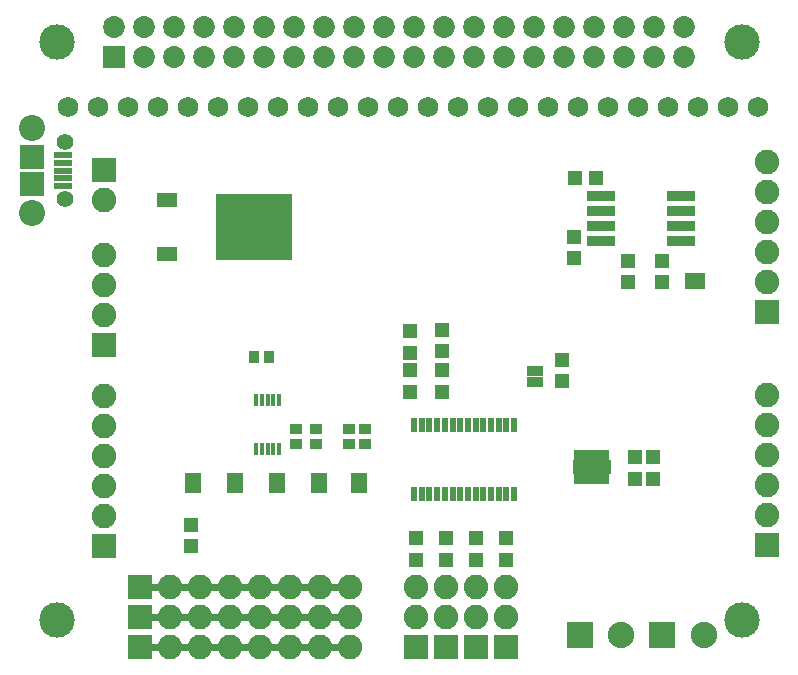
<source format=gbs>
G75*
%MOIN*%
%OFA0B0*%
%FSLAX24Y24*%
%IPPOS*%
%LPD*%
%AMOC8*
5,1,8,0,0,1.08239X$1,22.5*
%
%ADD10C,0.1182*%
%ADD11C,0.0240*%
%ADD12C,0.0730*%
%ADD13R,0.0730X0.0730*%
%ADD14R,0.0950X0.0320*%
%ADD15R,0.0474X0.0513*%
%ADD16R,0.0513X0.0474*%
%ADD17C,0.0680*%
%ADD18R,0.0330X0.0580*%
%ADD19R,0.0157X0.0433*%
%ADD20R,0.0434X0.0356*%
%ADD21R,0.0356X0.0434*%
%ADD22R,0.0200X0.0340*%
%ADD23R,0.1300X0.0470*%
%ADD24R,0.0820X0.0820*%
%ADD25C,0.0820*%
%ADD26R,0.0631X0.0237*%
%ADD27R,0.0789X0.0789*%
%ADD28C,0.0552*%
%ADD29C,0.0867*%
%ADD30C,0.0880*%
%ADD31R,0.0880X0.0880*%
%ADD32R,0.0200X0.0470*%
%ADD33R,0.0580X0.0330*%
%ADD34R,0.2521X0.2206*%
%ADD35R,0.0710X0.0474*%
D10*
X002056Y009211D03*
X002056Y028503D03*
X024890Y028503D03*
X024890Y009211D03*
D11*
X011828Y009333D02*
X004828Y009333D01*
X004828Y010333D02*
X011828Y010333D01*
X011828Y008333D02*
X004878Y008333D01*
D12*
X004973Y028003D03*
X004973Y029003D03*
X005973Y029003D03*
X005973Y028003D03*
X006973Y028003D03*
X006973Y029003D03*
X007973Y029003D03*
X008973Y029003D03*
X008973Y028003D03*
X007973Y028003D03*
X009973Y028003D03*
X009973Y029003D03*
X010973Y029003D03*
X010973Y028003D03*
X011973Y028003D03*
X011973Y029003D03*
X012973Y029003D03*
X012973Y028003D03*
X013973Y028003D03*
X013973Y029003D03*
X014973Y029003D03*
X014973Y028003D03*
X015973Y028003D03*
X015973Y029003D03*
X016973Y029003D03*
X016973Y028003D03*
X017973Y028003D03*
X017973Y029003D03*
X018973Y029003D03*
X018973Y028003D03*
X019973Y028003D03*
X019973Y029003D03*
X020973Y029003D03*
X021973Y029003D03*
X021973Y028003D03*
X020973Y028003D03*
X022973Y028003D03*
X022973Y029003D03*
X003973Y029003D03*
D13*
X003973Y028003D03*
D14*
X020203Y023353D03*
X020203Y022853D03*
X020203Y022353D03*
X020203Y021853D03*
X022853Y021853D03*
X022853Y022353D03*
X022853Y022853D03*
X022853Y023353D03*
D15*
X022228Y021188D03*
X022228Y020479D03*
X021078Y020479D03*
X021078Y021188D03*
X019278Y021279D03*
X019278Y021988D03*
X018878Y017888D03*
X018878Y017179D03*
X021328Y014638D03*
X021928Y014638D03*
X021928Y013929D03*
X021328Y013929D03*
X017028Y011938D03*
X017028Y011229D03*
X016028Y011229D03*
X016028Y011938D03*
X015028Y011938D03*
X015028Y011229D03*
X014028Y011229D03*
X014028Y011938D03*
X013828Y016829D03*
X013828Y017538D03*
X013828Y018129D03*
X013828Y018838D03*
X014878Y018888D03*
X014878Y018179D03*
X014878Y017538D03*
X014878Y016829D03*
X006528Y012388D03*
X006528Y011679D03*
D16*
X019333Y023943D03*
X020042Y023943D03*
D17*
X020428Y026333D03*
X019428Y026333D03*
X018428Y026333D03*
X017428Y026333D03*
X016428Y026333D03*
X015428Y026333D03*
X014428Y026333D03*
X013428Y026333D03*
X012428Y026333D03*
X011428Y026333D03*
X010428Y026333D03*
X009428Y026333D03*
X008428Y026333D03*
X007428Y026333D03*
X006428Y026333D03*
X005428Y026333D03*
X004428Y026333D03*
X003428Y026333D03*
X002428Y026333D03*
X021428Y026333D03*
X022428Y026333D03*
X023428Y026333D03*
X024428Y026333D03*
X025428Y026333D03*
D18*
X023505Y020533D03*
X023150Y020533D03*
D19*
X009471Y016540D03*
X009274Y016540D03*
X009078Y016540D03*
X008881Y016540D03*
X008684Y016540D03*
X008684Y014926D03*
X008881Y014926D03*
X009078Y014926D03*
X009274Y014926D03*
X009471Y014926D03*
D20*
X010028Y015077D03*
X010028Y015589D03*
X010678Y015589D03*
X010678Y015077D03*
X011778Y015077D03*
X011778Y015589D03*
X012328Y015589D03*
X012328Y015077D03*
D21*
X009133Y017983D03*
X008622Y017983D03*
D22*
X019388Y014733D03*
X019578Y014733D03*
X019778Y014733D03*
X019978Y014733D03*
X020178Y014733D03*
X020368Y014733D03*
X020368Y013933D03*
X020178Y013933D03*
X019978Y013933D03*
X019778Y013933D03*
X019578Y013933D03*
X019388Y013933D03*
D23*
X019878Y014333D03*
D24*
X004828Y008333D03*
X004828Y009333D03*
X004828Y010333D03*
X003628Y011683D03*
X003628Y018383D03*
X003628Y024233D03*
X014028Y008333D03*
X015028Y008333D03*
X016028Y008333D03*
X017028Y008333D03*
X025728Y011733D03*
X025728Y019483D03*
D25*
X025728Y020483D03*
X025728Y021483D03*
X025728Y022483D03*
X025728Y023483D03*
X025728Y024483D03*
X025728Y016733D03*
X025728Y015733D03*
X025728Y014733D03*
X025728Y013733D03*
X025728Y012733D03*
X017028Y010333D03*
X017028Y009333D03*
X016028Y009333D03*
X016028Y010333D03*
X015028Y010333D03*
X015028Y009333D03*
X014028Y009333D03*
X014028Y010333D03*
X011828Y010333D03*
X011828Y009333D03*
X011828Y008333D03*
X010828Y008333D03*
X009828Y008333D03*
X009828Y009333D03*
X010828Y009333D03*
X010828Y010333D03*
X009828Y010333D03*
X008828Y010333D03*
X008828Y009333D03*
X008828Y008333D03*
X007828Y008333D03*
X007828Y009333D03*
X007828Y010333D03*
X006828Y010333D03*
X006828Y009333D03*
X006828Y008333D03*
X005828Y008333D03*
X005828Y009333D03*
X005828Y010333D03*
X003628Y012683D03*
X003628Y013683D03*
X003628Y014683D03*
X003628Y015683D03*
X003628Y016683D03*
X003628Y019383D03*
X003628Y020383D03*
X003628Y021383D03*
X003628Y023233D03*
D26*
X002271Y023682D03*
X002271Y023937D03*
X002271Y024193D03*
X002271Y024449D03*
X002271Y024705D03*
D27*
X001228Y024646D03*
X001228Y023741D03*
D28*
X002330Y023239D03*
X002330Y025148D03*
D29*
X001228Y025615D03*
X001228Y022772D03*
D30*
X020861Y008733D03*
X023617Y008733D03*
D31*
X022239Y008733D03*
X019483Y008733D03*
D32*
X017291Y013435D03*
X017035Y013435D03*
X016779Y013435D03*
X016523Y013435D03*
X016267Y013435D03*
X016011Y013435D03*
X015756Y013435D03*
X015500Y013435D03*
X015244Y013435D03*
X014988Y013435D03*
X014732Y013435D03*
X014476Y013435D03*
X014220Y013435D03*
X013964Y013435D03*
X013964Y015732D03*
X014220Y015732D03*
X014476Y015732D03*
X014732Y015732D03*
X014988Y015732D03*
X015244Y015732D03*
X015500Y015732D03*
X015756Y015732D03*
X016011Y015732D03*
X016267Y015732D03*
X016523Y015732D03*
X016779Y015732D03*
X017035Y015732D03*
X017291Y015732D03*
D33*
X017978Y017156D03*
X017978Y017510D03*
X012128Y013960D03*
X012128Y013606D03*
X010778Y013606D03*
X010778Y013960D03*
X009378Y013960D03*
X009378Y013606D03*
X007978Y013606D03*
X007978Y013960D03*
X006578Y013960D03*
X006578Y013606D03*
D34*
X008612Y022333D03*
D35*
X005738Y021436D03*
X005738Y023231D03*
M02*

</source>
